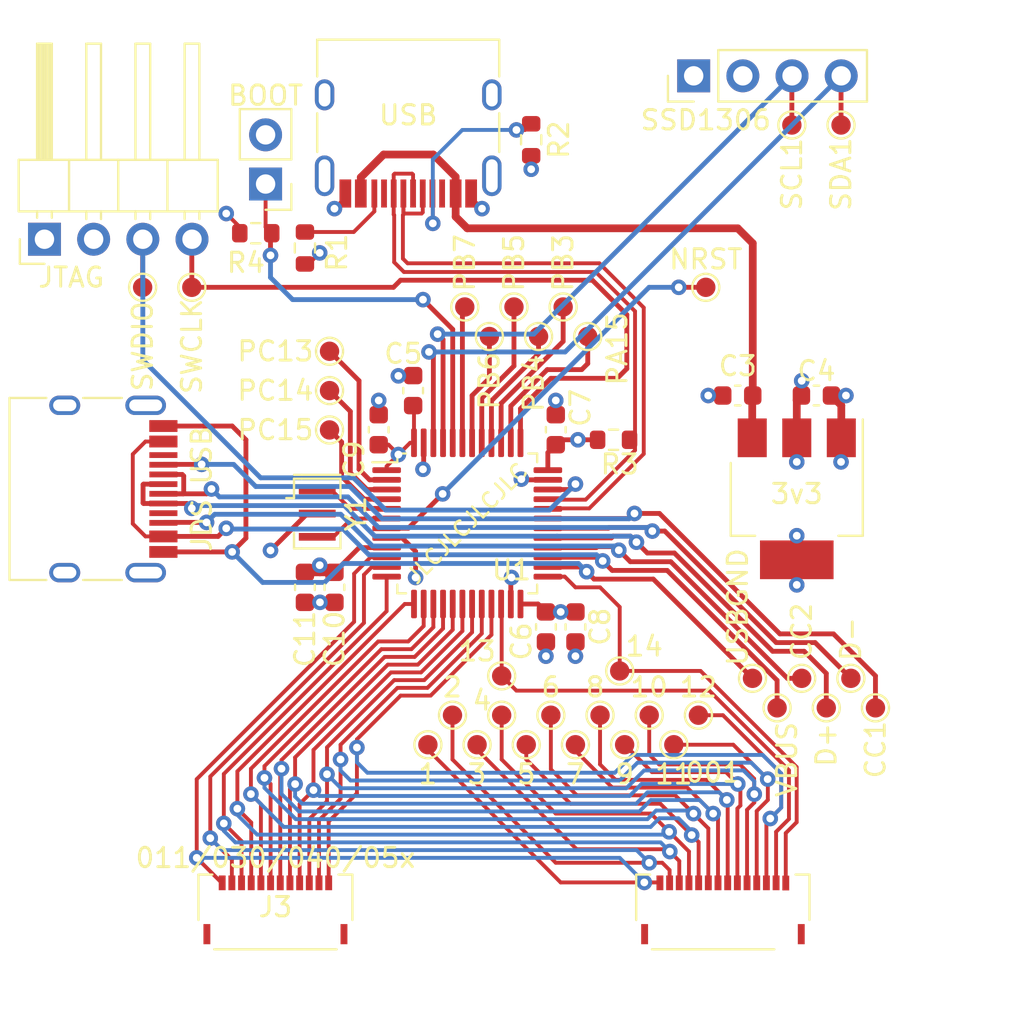
<source format=kicad_pcb>
(kicad_pcb (version 20211014) (generator pcbnew)
  (layers (0 "F.Cu" signal) (1 "In1.Cu" signal) (2 "In2.Cu" signal) (31 "B.Cu" signal) (34 "B.Paste" user) (35 "F.Paste" user) (36 "B.SilkS" user "B.Silkscreen") (37 "F.SilkS" user "F.Silkscreen") (38 "B.Mask" user) (39 "F.Mask" user) (44 "Edge.Cuts" user))
  (net 0 "")
  (net 1 "Net-(J2-PadB5)")
  (net 2 "GND")
  (net 3 "Net-(J2-PadA5)")
  (net 4 "+3V3")
  (net 5 "/R+")
  (net 6 "/R-")
  (net 7 "ADC1_IN1")
  (net 8 "ADC1_IN2")
  (net 9 "UART2_TX{slash}ADC1_IN3")
  (net 10 "UART2_RX{slash}ADC1_IN4")
  (net 11 "SPI1_NSS{slash}SPI3_NSS{slash}ADC2_IN1{slash}DAC1_OUT1")
  (net 12 "SPI1_SCK{slash}ADC2_IN2{slash}DAC1_OUT2")
  (net 13 "SPI1_MISO{slash}ADC2_IN3")
  (net 14 "SPI1_MOSI{slash}ADC2_IN4")
  (net 15 "ADC3_IN12")
  (net 16 "ADC3_IN1")
  (net 17 "ADC2_IN12")
  (net 18 "UART3_TX")
  (net 19 "UART3_RX")
  (net 20 "SPI2_NSS{slash}ADC4_IN3")
  (net 21 "PA8")
  (net 22 "I2C2_SCK{slash}ADC3_IN5")
  (net 23 "SPI2_MISO{slash}ADC4_IN4")
  (net 24 "SPI2_MOSI{slash}ADC4_IN5")
  (net 25 "I2C2_SCL{slash}UART1_TX")
  (net 26 "I2C2_SDA{slash}UART1_RX")
  (net 27 "SWDIO_JTMS")
  (net 28 "SWCLK-JTCK{slash}I2C1_SDA{slash}UART2_TX")
  (net 29 "I2C1_SCL{slash}SPI1_NSS{slash}SPI3_NSS{slash}UART2_RX")
  (net 30 "SPI1_SCK{slash}SPI3_SCK{slash}UART2_TX")
  (net 31 "SPI3_MISO{slash}SPI1_MISO{slash}UART2_RX")
  (net 32 "BOOT")
  (net 33 "SPI3_MOSI{slash}SPI1_MOSI")
  (net 34 "I2C1_SCL{slash}UART1TX")
  (net 35 "D+")
  (net 36 "D-")
  (net 37 "I2C1_SDA{slash}UART1_RX")
  (net 38 "I2C1_SCL{slash}CAN_RX")
  (net 39 "I2C1_SDA{slash}CAN_TX")
  (net 43 "NRST")
  (net 44 "PC15")
  (net 45 "PC14")
  (net 46 "PC13")
  (net 50 "VCC")
  (footprint "Capacitor_SMD:C_0603_1608Metric" (layer "F.Cu") (at 140.462 84.836 -90)
    (fp_text reference "C10")
    (fp_text value "10nf")
  )
  (footprint "TestPoint:TestPoint_Pad_D1.0mm" (layer "F.Cu") (at 147.828 92.964)
    (fp_text reference "3")
    (fp_text value "TestPoint")
  )
  (footprint "Molex 503480-1200:503480-1200" (layer "F.Cu") (at 137.414 101.6)
    (fp_text reference "J3")
    (fp_text value "011/030/040/05x")
  )
  (footprint "TestPoint:TestPoint_Pad_D1.0mm" (layer "F.Cu") (at 146.558 91.44)
    (fp_text reference "2")
    (fp_text value "TestPoint")
  )
  (footprint "TestPoint:TestPoint_Pad_D1.0mm" (layer "F.Cu") (at 133.096 69.342)
    (fp_text reference "SWCLK")
    (fp_text value "TestPoint")
  )
  (footprint "Package_TO_SOT_SMD:SOT-223-3_TabPin2" (layer "F.Cu") (at 164.338 80.264 -90)
    (fp_text reference "3v3")
    (fp_text value "AMS1117-3.3")
  )
  (footprint "Capacitor_SMD:C_0603_1608Metric" (layer "F.Cu") (at 151.892 76.695 90)
    (fp_text reference "C7")
    (fp_text value "100n")
  )
  (footprint "Resistor_SMD:R_0603_1608Metric" (layer "F.Cu") (at 150.622 61.722 -90)
    (fp_text reference "R2")
    (fp_text value "5.1k")
  )
  (footprint "Crystal:Resonator_SMD_Murata_CSTxExxV-3Pin_3.0x1.1mm" (layer "F.Cu") (at 139.573 81.026 -90)
    (fp_text reference "Y1")
    (fp_text value "Resonator")
  )
  (footprint "TestPoint:TestPoint_Pad_D1.0mm" (layer "F.Cu") (at 164.592 89.535)
    (fp_text reference "CC2")
    (fp_text value "TestPoint")
  )
  (footprint "TestPoint:TestPoint_Pad_D1.0mm" (layer "F.Cu") (at 130.556 69.342)
    (fp_text reference "SWDIO")
    (fp_text value "TestPoint")
  )
  (footprint "Resistor_SMD:R_0603_1608Metric" (layer "F.Cu") (at 154.877 77.216)
    (fp_text reference "R3")
    (fp_text value "1.5k")
  )
  (footprint "Connector_PinHeader_2.54mm:PinHeader_1x04_P2.54mm_Vertical" (layer "F.Cu") (at 159.014 58.42 90)
    (fp_text reference "SSD1306")
    (fp_text value "SSD1306")
  )
  (footprint "Connector_PinHeader_2.54mm:PinHeader_1x02_P2.54mm_Vertical" (layer "F.Cu") (at 136.906 64.008 180)
    (fp_text reference "BOOT")
    (fp_text value "Boot Jumper")
  )
  (footprint "TestPoint:TestPoint_Pad_D1.0mm" (layer "F.Cu") (at 162.052 89.535)
    (fp_text reference "USBGND")
    (fp_text value "TestPoint")
  )
  (footprint "TestPoint:TestPoint_Pad_D1.0mm" (layer "F.Cu") (at 156.718 91.44)
    (fp_text reference "10")
    (fp_text value "TestPoint")
  )
  (footprint "TestPoint:TestPoint_Pad_D1.0mm" (layer "F.Cu") (at 145.288 92.964)
    (fp_text reference "1")
    (fp_text value "TestPoint")
  )
  (footprint "TestPoint:TestPoint_Pad_D1.0mm" (layer "F.Cu") (at 167.132 89.535)
    (fp_text reference "D-")
    (fp_text value "TestPoint")
  )
  (footprint "Capacitor_SMD:C_0603_1608Metric" (layer "F.Cu") (at 151.384 86.881 -90)
    (fp_text reference "C6")
    (fp_text value "100n")
  )
  (footprint "Connector_USB:USB_C_Receptacle_HRO_TYPE-C-31-M-12" (layer "F.Cu") (at 127.583 79.756 -90)
    (fp_text reference "JDS USB")
    (fp_text value "JDS USB")
  )
  (footprint "TestPoint:TestPoint_Pad_D1.0mm" (layer "F.Cu") (at 149.098 89.408)
    (fp_text reference "13")
    (fp_text value "TestPoint")
  )
  (footprint "TestPoint:TestPoint_Pad_D1.0mm" (layer "F.Cu") (at 140.208 74.676)
    (fp_text reference "PC14")
    (fp_text value "TestPoint")
  )
  (footprint "Resistor_SMD:R_0603_1608Metric" (layer "F.Cu") (at 136.398 66.548 180)
    (fp_text reference "R4")
    (fp_text value "10k")
  )
  (footprint "TestPoint:TestPoint_Pad_D1.0mm" (layer "F.Cu") (at 159.639 69.342)
    (fp_text reference "NRST")
    (fp_text value "TestPoint")
  )
  (footprint "TestPoint:TestPoint_Pad_D1.0mm" (layer "F.Cu") (at 157.988 92.964)
    (fp_text reference "11")
    (fp_text value "TestPoint")
  )
  (footprint "Capacitor_SMD:C_0603_1608Metric" (layer "F.Cu") (at 138.938 84.836 -90)
    (fp_text reference "C11")
    (fp_text value "1u")
  )
  (footprint "TestPoint:TestPoint_Pad_D1.0mm" (layer "F.Cu") (at 163.322 91.059)
    (fp_text reference "VBUS")
    (fp_text value "TestPoint")
  )
  (footprint "Molex 503480-1400:503480-1400" (layer "F.Cu") (at 160.02 101.6)
    (fp_text reference "J4")
    (fp_text value "001")
  )
  (footprint "TestPoint:TestPoint_Pad_D1.0mm" (layer "F.Cu") (at 149.098 91.44)
    (fp_text reference "4")
    (fp_text value "TestPoint")
  )
  (footprint "TestPoint:TestPoint_Pad_D1.0mm" (layer "F.Cu") (at 148.463 71.882)
    (fp_text reference "PB6")
    (fp_text value "TestPoint")
  )
  (footprint "TestPoint:TestPoint_Pad_D1.0mm" (layer "F.Cu") (at 152.908 92.964)
    (fp_text reference "7")
    (fp_text value "TestPoint")
  )
  (footprint "TestPoint:TestPoint_Pad_D1.0mm" (layer "F.Cu") (at 166.624 60.96)
    (fp_text reference "SDA1")
    (fp_text value "TestPoint")
  )
  (footprint "TestPoint:TestPoint_Pad_D1.0mm" (layer "F.Cu") (at 149.733 70.358)
    (fp_text reference "PB5")
    (fp_text value "TestPoint")
  )
  (footprint "TestPoint:TestPoint_Pad_D1.0mm" (layer "F.Cu") (at 168.402 91.059)
    (fp_text reference "CC1")
    (fp_text value "TestPoint")
  )
  (footprint "Capacitor_SMD:C_0603_1608Metric" (layer "F.Cu") (at 144.526 74.676 90)
    (fp_text reference "C5")
    (fp_text value "100n")
  )
  (footprint "TestPoint:TestPoint_Pad_D1.0mm" (layer "F.Cu") (at 155.194 89.154)
    (fp_text reference "14")
    (fp_text value "TestPoint")
  )
  (footprint "Connector_USB:USB_C_Receptacle_HRO_TYPE-C-31-M-12" (layer "F.Cu") (at 144.272 60.452 180)
    (fp_text reference "USB")
    (fp_text value "USB C Power")
  )
  (footprint "TestPoint:TestPoint_Pad_D1.0mm" (layer "F.Cu") (at 164.084 60.96)
    (fp_text reference "SCL1")
    (fp_text value "TestPoint")
  )
  (footprint "TestPoint:TestPoint_Pad_D1.0mm" (layer "F.Cu") (at 159.258 91.44)
    (fp_text reference "12")
    (fp_text value "TestPoint")
  )
  (footprint "TestPoint:TestPoint_Pad_D1.0mm" (layer "F.Cu") (at 147.193 70.358)
    (fp_text reference "PB7")
    (fp_text value "TestPoint")
  )
  (footprint "Capacitor_SMD:C_0603_1608Metric" (layer "F.Cu") (at 152.908 86.881 -90)
    (fp_text reference "C8")
    (fp_text value "100n")
  )
  (footprint "TestPoint:TestPoint_Pad_D1.0mm" (layer "F.Cu") (at 165.862 91.059)
    (fp_text reference "D+")
    (fp_text value "TestPoint")
  )
  (footprint "TestPoint:TestPoint_Pad_D1.0mm" (layer "F.Cu") (at 151.003 71.882)
    (fp_text reference "PB4")
    (fp_text value "TestPoint")
  )
  (footprint "TestPoint:TestPoint_Pad_D1.0mm" (layer "F.Cu") (at 150.368 92.964)
    (fp_text reference "5")
    (fp_text value "TestPoint")
  )
  (footprint "TestPoint:TestPoint_Pad_D1.0mm" (layer "F.Cu") (at 140.208 76.708)
    (fp_text reference "PC15")
    (fp_text value "TestPoint")
  )
  (footprint "Capacitor_SMD:C_0603_1608Metric" (layer "F.Cu") (at 161.29 74.93 180)
    (fp_text reference "C3")
    (fp_text value "C")
  )
  (footprint "Capacitor_SMD:C_0603_1608Metric" (layer "F.Cu") (at 165.354 74.93)
    (fp_text reference "C4")
    (fp_text value "C")
  )
  (footprint "TestPoint:TestPoint_Pad_D1.0mm" (layer "F.Cu") (at 152.273 70.358)
    (fp_text reference "PB3")
    (fp_text value "TestPoint")
  )
  (footprint "TestPoint:TestPoint_Pad_D1.0mm" (layer "F.Cu") (at 155.448 92.964)
    (fp_text reference "9")
    (fp_text value "TestPoint")
  )
  (footprint "Resistor_SMD:R_0603_1608Metric" (layer "F.Cu") (at 138.938 67.31 -90)
    (fp_text reference "R1")
    (fp_text value "5.1k")
  )
  (footprint "TestPoint:TestPoint_Pad_D1.0mm" (layer "F.Cu") (at 140.208 72.644)
    (fp_text reference "PC13")
    (fp_text value "TestPoint")
  )
  (footprint "Package_QFP:LQFP-48_7x7mm_P0.5mm" (layer "F.Cu") (at 147.32 81.534)
    (fp_text reference "U1")
    (fp_text value "STM32F303CBTx")
  )
  (footprint "TestPoint:TestPoint_Pad_D1.0mm" (layer "F.Cu") (at 151.638 91.44)
    (fp_text reference "6")
    (fp_text value "TestPoint")
  )
  (footprint "Capacitor_SMD:C_0603_1608Metric" (layer "F.Cu") (at 142.748 76.695 90)
    (fp_text reference "C9")
    (fp_text value "4.7u")
  )
  (footprint "TestPoint:TestPoint_Pad_D1.0mm" (layer "F.Cu") (at 154.178 91.44)
    (fp_text reference "8")
    (fp_text value "TestPoint")
  )
  (footprint "TestPoint:TestPoint_Pad_D1.0mm" (layer "F.Cu") (at 153.543 71.882)
    (fp_text reference "PA15")
    (fp_text value "TestPoint")
  )
  (footprint "Connector_PinHeader_2.54mm:PinHeader_1x04_P2.54mm_Horizontal" (layer "F.Cu") (at 125.486 66.859 90)
    (fp_text reference "JTAG")
    (fp_text value "JTAG")
  )
  (gr_text "JLCJLCJLCJLC" (at 147.32 81.534 45) (layer "F.SilkS") (effects (font (size 0.8 0.8) (thickness 0.125))))
  (segment (start 138.938 66.485) (end 141.458022 66.485) (width 0.2) (layer "F.Cu") (net 1))
  (segment (start 141.458022 66.485) (end 142.522 65.421022) (width 0.2) (layer "F.Cu") (net 1))
  (segment (start 142.522 65.421022) (end 142.522 64.497) (width 0.2) (layer "F.Cu") (net 1))
  (segment (start 144.526 73.901) (end 143.777 73.901) (width 0.2) (layer "F.Cu") (net 2))
  (segment (start 139.573 81.026) (end 139.065 81.026) (width 0.25) (layer "F.Cu") (net 2))
  (segment (start 166.638 75.439) (end 166.129 74.93) (width 0.4) (layer "F.Cu") (net 2))
  (segment (start 151.892 75.92) (end 151.892 75.184) (width 0.25) (layer "F.Cu") (net 2))
  (segment (start 135.573 66.231) (end 134.874 65.532) (width 0.2) (layer "F.Cu") (net 2))
  (segment (start 166.129 74.93) (end 166.878 74.93) (width 0.4) (layer "F.Cu") (net 2))
  (segment (start 135.573 66.548) (end 135.573 66.231) (width 0.2) (layer "F.Cu") (net 2))
  (segment (start 149.57 84.364) (end 149.606 84.328) (width 0.25) (layer "F.Cu") (net 2))
  (segment (start 147.522 64.718) (end 148.082 65.278) (width 0.2) (layer "F.Cu") (net 2))
  (segment (start 150.622 62.547) (end 150.622 63.246) (width 0.4) (layer "F.Cu") (net 2))
  (segment (start 139.065 81.026) (end 137.16 82.931) (width 0.25) (layer "F.Cu") (net 2))
  (segment (start 166.638 77.114) (end 166.638 75.439) (width 0.4) (layer "F.Cu") (net 2))
  (segment (start 151.4825 79.284) (end 150.15 79.284) (width 0.25) (layer "F.Cu") (net 2))
  (segment (start 145.07 77.3715) (end 145.07 78.704) (width 0.25) (layer "F.Cu") (net 2))
  (segment (start 147.522 64.497) (end 147.522 64.718) (width 0.2) (layer "F.Cu") (net 2))
  (segment (start 149.57 85.6965) (end 149.57 84.364) (width 0.25) (layer "F.Cu") (net 2))
  (segment (start 152.908 87.656) (end 152.908 88.392) (width 0.25) (layer "F.Cu") (net 2))
  (segment (start 139.129 68.135) (end 139.7 67.564) (width 0.2) (layer "F.Cu") (net 2))
  (segment (start 150.15 79.284) (end 150.114 79.248) (width 0.25) (layer "F.Cu") (net 2))
  (segment (start 140.462 85.611) (end 138.938 85.611) (width 0.25) (layer "F.Cu") (net 2))
  (segment (start 143.1575 82.284) (end 143.960006 82.284) (width 0.25) (layer "F.Cu") (net 2))
  (segment (start 142.748 75.92) (end 142.748 75.184) (width 0.2) (layer "F.Cu") (net 2))
  (segment (start 143.960006 82.284) (end 144.653 82.976994) (width 0.25) (layer "F.Cu") (net 2))
  (segment (start 151.384 87.656) (end 151.384 88.392) (width 0.25) (layer "F.Cu") (net 2))
  (segment (start 141.022 64.718) (end 140.462 65.278) (width 0.2) (layer "F.Cu") (net 2))
  (segment (start 166.638 77.114) (end 166.638 78.345) (width 0.4) (layer "F.Cu") (net 2))
  (segment (start 166.638 78.345) (end 166.624 78.359) (width 0.4) (layer "F.Cu") (net 2))
  (segment (start 143.777 73.901) (end 143.764 73.914) (width 0.2) (layer "F.Cu") (net 2))
  (segment (start 160.515 74.93) (end 159.766 74.93) (width 0.4) (layer "F.Cu") (net 2))
  (segment (start 141.022 64.497) (end 141.022 64.718) (width 0.2) (layer "F.Cu") (net 2))
  (segment (start 138.938 68.135) (end 139.129 68.135) (width 0.2) (layer "F.Cu") (net 2))
  (segment (start 145.07 78.704) (end 145.034 78.74) (width 0.25) (layer "F.Cu") (net 2))
  (segment (start 144.653 82.976994) (end 144.653 84.327989) (width 0.25) (layer "F.Cu") (net 2))
  (via (at 150.622 63.246) (size 0.8) (drill 0.4) (layers "F.Cu" "B.Cu") (net 2))
  (via (at 159.766 74.93) (size 0.8) (drill 0.4) (layers "F.Cu" "B.Cu") (net 2))
  (via (at 166.624 78.359) (size 0.8) (drill 0.4) (layers "F.Cu" "B.Cu") (net 2))
  (via (at 148.082 65.278) (size 0.8) (drill 0.4) (layers "F.Cu" "B.Cu") (net 2))
  (via (at 145.034 78.74) (size 0.8) (drill 0.4) (layers "F.Cu" "B.Cu") (net 2))
  (via (at 134.874 65.532) (size 0.8) (drill 0.4) (layers "F.Cu" "B.Cu") (net 2))
  (via (at 152.908 88.392) (size 0.8) (drill 0.4) (layers "F.Cu" "B.Cu") (net 2))
  (via (at 142.748 75.184) (size 0.8) (drill 0.4) (layers "F.Cu" "B.Cu") (net 2))
  (via (at 139.7 67.564) (size 0.8) (drill 0.4) (layers "F.Cu" "B.Cu") (net 2))
  (via (at 140.462 65.278) (size 0.8) (drill 0.4) (layers "F.Cu" "B.Cu") (net 2))
  (via (at 166.878 74.93) (size 0.8) (drill 0.4) (layers "F.Cu" "B.Cu") (net 2))
  (via (at 151.892 75.184) (size 0.8) (drill 0.4) (layers "F.Cu" "B.Cu") (net 2))
  (via (at 149.606 84.328) (size 0.8) (drill 0.4) (layers "F.Cu" "B.Cu") (net 2))
  (via (at 139.713 85.611) (size 0.8) (drill 0.4) (layers "F.Cu" "B.Cu") (net 2))
  (via (at 144.653 84.327989) (size 0.8) (drill 0.4) (layers "F.Cu" "B.Cu") (net 2))
  (via (at 150.114 79.248) (size 0.8) (drill 0.4) (layers "F.Cu" "B.Cu") (net 2))
  (via (at 143.764 73.914) (size 0.8) (drill 0.4) (layers "F.Cu" "B.Cu") (net 2))
  (via (at 137.16 82.931) (size 0.8) (drill 0.4) (layers "F.Cu" "B.Cu") (net 2))
  (via (at 151.384 88.392) (size 0.8) (drill 0.4) (layers "F.Cu" "B.Cu") (net 2))
  (segment (start 149.86 61.214) (end 150.305 61.214) (width 0.2) (layer "F.Cu") (net 3))
  (segment (start 150.305 61.214) (end 150.622 60.897) (width 0.2) (layer "F.Cu") (net 3))
  (segment (start 145.542 66.04) (end 145.542 64.517) (width 0.2) (layer "F.Cu") (net 3))
  (via (at 145.542 66.04) (size 0.8) (drill 0.4) (layers "F.Cu" "B.Cu") (net 3))
  (via (at 149.86 61.214) (size 0.8) (drill 0.4) (layers "F.Cu" "B.Cu") (net 3))
  (segment (start 147.066 61.214) (end 145.542 62.738) (width 0.2) (layer "B.Cu") (net 3))
  (segment (start 147.066 61.214) (end 149.86 61.214) (width 0.2) (layer "B.Cu") (net 3))
  (segment (start 145.542 62.738) (end 145.542 66.04) (width 0.2) (layer "B.Cu") (net 3))
  (segment (start 150.07 85.6965) (end 150.9745 85.6965) (width 0.25) (layer "F.Cu") (net 4))
  (segment (start 139.713 84.061) (end 140.462 84.061) (width 0.4) (layer "F.Cu") (net 4))
  (segment (start 150.9745 85.6965) (end 151.384 86.106) (width 0.25) (layer "F.Cu") (net 4))
  (segment (start 143.1575 78.5845) (end 143.764 77.978) (width 0.2) (layer "F.Cu") (net 4))
  (segment (start 141.739 82.784) (end 140.462 84.061) (width 0.25) (layer "F.Cu") (net 4))
  (segment (start 151.4825 77.8795) (end 151.892 77.47) (width 0.25) (layer "F.Cu") (net 4))
  (segment (start 144.57 75.495) (end 144.526 75.451) (width 0.2) (layer "F.Cu") (net 4))
  (segment (start 138.938 84.061) (end 139.713 84.061) (width 0.4) (layer "F.Cu") (net 4))
  (segment (start 142.748 77.47) (end 143.256 77.47) (width 0.2) (layer "F.Cu") (net 4))
  (segment (start 164.338 75.171) (end 164.579 74.93) (width 0.4) (layer "F.Cu") (net 4))
  (segment (start 151.384 86.106) (end 152.146 86.106) (width 0.25) (layer "F.Cu") (net 4))
  (segment (start 164.338 77.114) (end 164.338 75.171) (width 0.4) (layer "F.Cu") (net 4))
  (segment (start 164.338 83.414) (end 164.338 84.709) (width 0.4) (layer "F.Cu") (net 4))
  (segment (start 144.57 77.3715) (end 144.57 75.495) (width 0.2) (layer "F.Cu") (net 4))
  (segment (start 153.035 77.216) (end 152.146 77.216) (width 0.25) (layer "F.Cu") (net 4))
  (segment (start 151.4825 78.784) (end 151.4825 77.8795) (width 0.25) (layer "F.Cu") (net 4))
  (segment (start 139.7 84.048) (end 139.713 84.061) (width 0.25) (layer "F.Cu") (net 4))
  (segment (start 152.146 77.216) (end 151.892 77.47) (width 0.25) (layer "F.Cu") (net 4))
  (segment (start 164.338 83.414) (end 164.338 82.169) (width 0.4) (layer "F.Cu") (net 4))
  (segment (start 164.579 74.93) (end 164.579 74.181) (width 0.4) (layer "F.Cu") (net 4))
  (segment (start 143.1575 78.784) (end 143.1575 78.5845) (width 0.2) (layer "F.Cu") (net 4))
  (segment (start 144.57 77.3715) (end 144.3705 77.3715) (width 0.2) (layer "F.Cu") (net 4))
  (segment (start 164.579 74.181) (end 164.592 74.168) (width 0.4) (layer "F.Cu") (net 4))
  (segment (start 144.3705 77.3715) (end 143.764 77.978) (width 0.2) (layer "F.Cu") (net 4))
  (segment (start 152.908 86.106) (end 152.146 86.106) (width 0.25) (layer "F.Cu") (net 4))
  (segment (start 154.052 77.216) (end 153.035 77.216) (width 0.25) (layer "F.Cu") (net 4))
  (segment (start 139.7 83.693) (end 139.7 84.048) (width 0.25) (layer "F.Cu") (net 4))
  (segment (start 143.1575 82.784) (end 141.739 82.784) (width 0.25) (layer "F.Cu") (net 4))
  (segment (start 143.256 77.47) (end 143.764 77.978) (width 0.2) (layer "F.Cu") (net 4))
  (segment (start 164.338 77.114) (end 164.338 78.359) (width 0.4) (layer "F.Cu") (net 4))
  (via (at 143.764 77.978) (size 0.8) (drill 0.4) (layers "F.Cu" "B.Cu") (net 4))
  (via (at 164.338 84.709) (size 0.8) (drill 0.4) (layers "F.Cu" "B.Cu") (net 4))
  (via (at 164.338 82.169) (size 0.8) (drill 0.4) (layers "F.Cu" "B.Cu") (net 4))
  (via (at 153.035 77.216) (size 0.8) (drill 0.4) (layers "F.Cu" "B.Cu") (net 4))
  (via (at 152.146 86.106) (size 0.8) (drill 0.4) (layers "F.Cu" "B.Cu") (net 4))
  (via (at 139.7 83.693) (size 0.8) (drill 0.4) (layers "F.Cu" "B.Cu") (net 4))
  (via (at 164.592 74.168) (size 0.8) (drill 0.4) (layers "F.Cu" "B.Cu") (net 4))
  (via (at 164.338 78.359) (size 0.8) (drill 0.4) (layers "F.Cu" "B.Cu") (net 4))
  (segment (start 139.573 79.826) (end 140.323 79.826) (width 0.2) (layer "F.Cu") (net 5))
  (segment (start 141.281 80.784) (end 140.323 79.826) (width 0.2) (layer "F.Cu") (net 5))
  (segment (start 143.1575 80.784) (end 141.281 80.784) (width 0.2) (layer "F.Cu") (net 5))
  (segment (start 143.1575 81.284) (end 141.355 81.284) (width 0.2) (layer "F.Cu") (net 6))
  (segment (start 139.573 82.226) (end 140.413 82.226) (width 0.2) (layer "F.Cu") (net 6))
  (segment (start 140.413 82.226) (end 141.355 81.284) (width 0.2) (layer "F.Cu") (net 6))
  (segment (start 145.288 93.218) (end 145.288 92.964) (width 0.2) (layer "F.Cu") (net 7))
  (segment (start 134.664 100.0966) (end 134.6406 100.0966) (width 0.2) (layer "F.Cu") (net 7))
  (segment (start 142.325343 83.284) (end 141.478 84.131343) (width 0.2) (layer "F.Cu") (net 7))
  (segment (start 156.464 100.076) (end 157.2494 100.076) (width 0.2) (layer "F.Cu") (net 7))
  (segment (start 134.6406 100.0966) (end 133.35 98.806) (width 0.2) (layer "F.Cu") (net 7))
  (segment (start 152.146 100.076) (end 145.288 93.218) (width 0.2) (layer "F.Cu") (net 7))
  (segment (start 143.1575 83.284) (end 142.325343 83.284) (width 0.2) (layer "F.Cu") (net 7))
  (segment (start 156.464 100.076) (end 152.146 100.076) (width 0.2) (layer "F.Cu") (net 7))
  (segment (start 157.2494 100.076) (end 157.27 100.0966) (width 0.2) (layer "F.Cu") (net 7))
  (segment (start 133.35 98.806) (end 133.35 94.742) (width 0.2) (layer "F.Cu") (net 7))
  (segment (start 141.478 84.131343) (end 141.478 86.614) (width 0.2) (layer "F.Cu") (net 7))
  (segment (start 133.35 94.742) (end 141.478 86.614) (width 0.2) (layer "F.Cu") (net 7))
  (via (at 156.464 100.076) (size 0.8) (drill 0.4) (layers "F.Cu" "B.Cu") (net 7))
  (via (at 133.35 98.806) (size 0.8) (drill 0.4) (layers "F.Cu" "B.Cu") (net 7))
  (segment (start 155.194 98.806) (end 156.464 100.076) (width 0.2) (layer "B.Cu") (net 7))
  (segment (start 133.35 98.806) (end 155.194 98.806) (width 0.2) (layer "B.Cu") (net 7))
  (segment (start 156.718 99.06) (end 157.391222 99.06) (width 0.2) (layer "F.Cu") (net 8))
  (segment (start 135.163999 100.0966) (end 135.163999 98.904499) (width 0.2) (layer "F.Cu") (net 8))
  (segment (start 151.892 99.06) (end 146.558 93.726) (width 0.2) (layer "F.Cu") (net 8))
  (segment (start 134.0495 94.607506) (end 141.986 86.671006) (width 0.2) (layer "F.Cu") (net 8))
  (segment (start 134.0495 97.79) (end 134.0495 94.607506) (width 0.2) (layer "F.Cu") (net 8))
  (segment (start 142.390349 83.784) (end 143.1575 83.784) (width 0.2) (layer "F.Cu") (net 8))
  (segment (start 141.986 84.188349) (end 142.390349 83.784) (width 0.2) (layer "F.Cu") (net 8))
  (segment (start 157.391222 99.06) (end 157.769999 99.438777) (width 0.2) (layer "F.Cu") (net 8))
  (segment (start 157.769999 99.438777) (end 157.769999 100.0966) (width 0.2) (layer "F.Cu") (net 8))
  (segment (start 141.986 86.671006) (end 141.986 84.188349) (width 0.2) (layer "F.Cu") (net 8))
  (segment (start 146.558 93.726) (end 146.558 91.44) (width 0.2) (layer "F.Cu") (net 8))
  (segment (start 156.718 99.06) (end 151.892 99.06) (width 0.2) (layer "F.Cu") (net 8))
  (segment (start 135.163999 98.904499) (end 134.0495 97.79) (width 0.2) (layer "F.Cu") (net 8))
  (via (at 134.0495 97.79) (size 0.8) (drill 0.4) (layers "F.Cu" "B.Cu") (net 8))
  (via (at 156.718 99.06) (size 0.8) (drill 0.4) (layers "F.Cu" "B.Cu") (net 8))
  (segment (start 134.66598 98.40648) (end 156.064481 98.406481) (width 0.2) (layer "B.Cu") (net 8))
  (segment (start 134.0495 97.79) (end 134.66598 98.40648) (width 0.2) (layer "B.Cu") (net 8))
  (segment (start 156.064481 98.406481) (end 156.718 99.06) (width 0.2) (layer "B.Cu") (net 8))
  (segment (start 143.1575 84.284) (end 143.1575 86.064512) (width 0.2) (layer "F.Cu") (net 9))
  (segment (start 152.970489 98.360489) (end 147.828 93.218) (width 0.2) (layer "F.Cu") (net 9))
  (segment (start 158.270001 98.967679) (end 158.270001 100.0966) (width 0.2) (layer "F.Cu") (net 9))
  (segment (start 143.1575 86.064512) (end 134.749 94.473012) (width 0.2) (layer "F.Cu") (net 9))
  (segment (start 134.749 94.473012) (end 134.749 97.028) (width 0.2) (layer "F.Cu") (net 9))
  (segment (start 157.782478 98.480156) (end 157.662811 98.360489) (width 0.2) (layer "F.Cu") (net 9))
  (segment (start 135.664001 97.943001) (end 134.749 97.028) (width 0.2) (layer "F.Cu") (net 9))
  (segment (start 157.662811 98.360489) (end 152.970489 98.360489) (width 0.2) (layer "F.Cu") (net 9))
  (segment (start 135.664001 100.0966) (end 135.664001 97.943001) (width 0.2) (layer "F.Cu") (net 9))
  (segment (start 157.782478 98.480156) (end 158.270001 98.967679) (width 0.2) (layer "F.Cu") (net 9))
  (segment (start 147.828 93.218) (end 147.828 92.964) (width 0.2) (layer "F.Cu") (net 9))
  (via (at 134.749 97.028) (size 0.8) (drill 0.4) (layers "F.Cu" "B.Cu") (net 9))
  (via (at 157.782478 98.480156) (size 0.8) (drill 0.4) (layers "F.Cu" "B.Cu") (net 9))
  (segment (start 135.34496 98.00696) (end 157.309282 98.00696) (width 0.2) (layer "B.Cu") (net 9))
  (segment (start 157.309282 98.00696) (end 157.782478 98.480156) (width 0.2) (layer "B.Cu") (net 9))
  (segment (start 134.749 97.028) (end 134.749 97.411) (width 0.2) (layer "B.Cu") (net 9))
  (segment (start 134.749 97.411) (end 135.34496 98.00696) (width 0.2) (layer "B.Cu") (net 9))
  (segment (start 136.164 96.9815) (end 136.164 100.0966) (width 0.2) (layer "F.Cu") (net 10))
  (segment (start 149.098 93.726) (end 149.098 91.44) (width 0.2) (layer "F.Cu") (net 10))
  (segment (start 135.4485 96.266) (end 136.164 96.9815) (width 0.2) (layer "F.Cu") (net 10))
  (segment (start 135.4485 94.338518) (end 144.090518 85.6965) (width 0.2) (layer "F.Cu") (net 10))
  (segment (start 156.80576 96.52) (end 151.892 96.52) (width 0.2) (layer "F.Cu") (net 10))
  (segment (start 151.892 96.52) (end 149.098 93.726) (width 0.2) (layer "F.Cu") (net 10))
  (segment (start 135.4485 94.338518) (end 135.4485 96.266) (width 0.2) (layer "F.Cu") (net 10))
  (segment (start 144.57 85.6965) (end 144.090518 85.6965) (width 0.2) (layer "F.Cu") (net 10))
  (segment (start 158.77 98.478419) (end 158.77 100.0966) (width 0.2) (layer "F.Cu") (net 10))
  (segment (start 157.753312 97.461731) (end 158.77 98.478419) (width 0.2) (layer "F.Cu") (net 10))
  (segment (start 157.747491 97.461731) (end 156.80576 96.52) (width 0.2) (layer "F.Cu") (net 10))
  (segment (start 157.747491 97.461731) (end 157.753312 97.461731) (width 0.2) (layer "F.Cu") (net 10))
  (via (at 157.747491 97.461731) (size 0.8) (drill 0.4) (layers "F.Cu" "B.Cu") (net 10))
  (via (at 135.4485 96.266) (size 0.8) (drill 0.4) (layers "F.Cu" "B.Cu") (net 10))
  (segment (start 136.46944 97.60744) (end 157.601782 97.60744) (width 0.2) (layer "B.Cu") (net 10))
  (segment (start 135.4485 96.5865) (end 136.46944 97.60744) (width 0.2) (layer "B.Cu") (net 10))
  (segment (start 135.4485 96.266) (end 135.4485 96.5865) (width 0.2) (layer "B.Cu") (net 10))
  (segment (start 157.601782 97.60744) (end 157.747491 97.461731) (width 0.2) (layer "B.Cu") (net 10))
  (segment (start 136.148 94.204024) (end 136.148 95.513435) (width 0.2) (layer "F.Cu") (net 11))
  (segment (start 159.269999 97.989175) (end 159.269999 100.0966) (width 0.2) (layer "F.Cu") (net 11))
  (segment (start 136.663999 100.0966) (end 136.663999 96.029434) (width 0.2) (layer "F.Cu") (net 11))
  (segment (start 158.910412 97.629588) (end 157.292824 96.012) (width 0.2) (layer "F.Cu") (net 11))
  (segment (start 145.07 85.6965) (end 145.07 86.832) (width 0.2) (layer "F.Cu") (net 11))
  (segment (start 157.292824 96.012) (end 152.654 96.012) (width 0.2) (layer "F.Cu") (net 11))
  (segment (start 145.07 86.832) (end 144.272 87.63) (width 0.2) (layer "F.Cu") (net 11))
  (segment (start 136.663999 96.029434) (end 136.148 95.513435) (width 0.2) (layer "F.Cu") (net 11))
  (segment (start 150.368 93.726) (end 150.368 92.964) (width 0.2) (layer "F.Cu") (net 11))
  (segment (start 158.910412 97.629588) (end 159.269999 97.989175) (width 0.2) (layer "F.Cu") (net 11))
  (segment (start 142.722024 87.63) (end 136.148 94.204024) (width 0.2) (layer "F.Cu") (net 11))
  (segment (start 144.272 87.63) (end 142.722024 87.63) (width 0.2) (layer "F.Cu") (net 11))
  (segment (start 152.654 96.012) (end 150.368 93.726) (width 0.2) (layer "F.Cu") (net 11))
  (via (at 158.910412 97.629588) (size 0.8) (drill 0.4) (layers "F.Cu" "B.Cu") (net 11))
  (via (at 136.148 95.513435) (size 0.8) (drill 0.4) (layers "F.Cu" "B.Cu") (net 11))
  (segment (start 158.23022 96.76222) (end 158.910412 97.442412) (width 0.2) (layer "B.Cu") (net 11))
  (segment (start 158.910412 97.442412) (end 158.910412 97.629588) (width 0.2) (layer "B.Cu") (net 11))
  (segment (start 136.148 95.513435) (end 137.842485 97.20792) (width 0.2) (layer "B.Cu") (net 11))
  (segment (start 137.842485 97.20792) (end 156.79208 97.20792) (width 0.2) (layer "B.Cu") (net 11))
  (segment (start 156.79208 97.20792) (end 157.23778 96.76222) (width 0.2) (layer "B.Cu") (net 11))
  (segment (start 157.23778 96.76222) (end 158.23022 96.76222) (width 0.2) (layer "B.Cu") (net 11))
  (segment (start 159.004 96.52) (end 159.77 97.286) (width 0.2) (layer "F.Cu") (net 12))
  (segment (start 145.57 86.897006) (end 144.437487 88.029519) (width 0.2) (layer "F.Cu") (net 12))
  (segment (start 158.06208 95.57808) (end 152.982079 95.578079) (width 0.2) (layer "F.Cu") (net 12))
  (segment (start 151.638 94.234) (end 151.638 91.44) (width 0.2) (layer "F.Cu") (net 12))
  (segment (start 137.164 94.993183) (end 136.8475 94.676683) (width 0.2) (layer "F.Cu") (net 12))
  (segment (start 136.8475 94.06953) (end 136.8475 94.676683) (width 0.2) (layer "F.Cu") (net 12))
  (segment (start 142.887511 88.029519) (end 136.8475 94.06953) (width 0.2) (layer "F.Cu") (net 12))
  (segment (start 159.004 96.52) (end 158.06208 95.57808) (width 0.2) (layer "F.Cu") (net 12))
  (segment (start 159.77 97.286) (end 159.77 100.0966) (width 0.2) (layer "F.Cu") (net 12))
  (segment (start 144.437487 88.029519) (end 142.887511 88.029519) (width 0.2) (layer "F.Cu") (net 12))
  (segment (start 145.57 85.6965) (end 145.57 86.897006) (width 0.2) (layer "F.Cu") (net 12))
  (segment (start 137.164 100.0966) (end 137.164 94.993183) (width 0.2) (layer "F.Cu") (net 12))
  (segment (start 152.982079 95.578079) (end 151.638 94.234) (width 0.2) (layer "F.Cu") (net 12))
  (via (at 159.004 96.52) (size 0.8) (drill 0.4) (layers "F.Cu" "B.Cu") (net 12))
  (via (at 136.8475 94.676683) (size 0.8) (drill 0.4) (layers "F.Cu" "B.Cu") (net 12))
  (segment (start 138.43 96.774) (end 138.4644 96.8084) (width 0.2) (layer "B.Cu") (net 12))
  (segment (start 138.4644 96.8084) (end 156.626594 96.8084) (width 0.2) (layer "B.Cu") (net 12))
  (segment (start 158.8467 96.3627) (end 159.004 96.52) (width 0.2) (layer "B.Cu") (net 12))
  (segment (start 156.626594 96.8084) (end 157.072294 96.3627) (width 0.2) (layer "B.Cu") (net 12))
  (segment (start 136.8475 95.1915) (end 138.43 96.774) (width 0.2) (layer "B.Cu") (net 12))
  (segment (start 136.8475 94.676683) (end 136.8475 95.1915) (width 0.2) (layer "B.Cu") (net 12))
  (segment (start 157.072294 96.3627) (end 158.8467 96.3627) (width 0.2) (layer "B.Cu") (net 12))
  (segment (start 146.07 85.6965) (end 146.07 86.962012) (width 0.2) (layer "F.Cu") (net 13))
  (segment (start 152.908 93.275006) (end 152.908 92.964) (width 0.2) (layer "F.Cu") (net 13))
  (segment (start 160.27 96.77) (end 160.27 100.0966) (width 0.2) (layer "F.Cu") (net 13))
  (segment (start 144.602973 88.429039) (end 143.052997 88.429039) (width 0.2) (layer "F.Cu") (net 13))
  (segment (start 137.727141 93.754895) (end 137.727141 94.202092) (width 0.2) (layer "F.Cu") (net 13))
  (segment (start 160.02 96.52) (end 158.67856 95.17856) (width 0.2) (layer "F.Cu") (net 13))
  (segment (start 160.02 96.52) (end 160.27 96.77) (width 0.2) (layer "F.Cu") (net 13))
  (segment (start 137.664 100.0966) (end 137.664 94.265233) (width 0.2) (layer "F.Cu") (net 13))
  (segment (start 158.67856 95.17856) (end 154.811553 95.178559) (width 0.2) (layer "F.Cu") (net 13))
  (segment (start 154.811553 95.178559) (end 152.908 93.275006) (width 0.2) (layer "F.Cu") (net 13))
  (segment (start 143.052997 88.429039) (end 137.727141 93.754895) (width 0.2) (layer "F.Cu") (net 13))
  (segment (start 146.07 86.962012) (end 144.602973 88.429039) (width 0.2) (layer "F.Cu") (net 13))
  (segment (start 137.664 94.265233) (end 137.727141 94.202092) (width 0.2) (layer "F.Cu") (net 13))
  (via (at 160.02 96.52) (size 0.8) (drill 0.4) (layers "F.Cu" "B.Cu") (net 13))
  (via (at 137.727141 94.202092) (size 0.8) (drill 0.4) (layers "F.Cu" "B.Cu") (net 13))
  (segment (start 156.21 96.40888) (end 156.798391 95.820489) (width 0.2) (layer "B.Cu") (net 13))
  (segment (start 138.629886 96.40888) (end 156.21 96.40888) (width 0.2) (layer "B.Cu") (net 13))
  (segment (start 159.320489 95.820489) (end 160.02 96.52) (width 0.2) (layer "B.Cu") (net 13))
  (segment (start 156.798391 95.820489) (end 159.320489 95.820489) (width 0.2) (layer "B.Cu") (net 13))
  (segment (start 137.727141 94.202092) (end 137.727141 95.506135) (width 0.2) (layer "B.Cu") (net 13))
  (segment (start 137.727141 95.506135) (end 138.629886 96.40888) (width 0.2) (layer "B.Cu") (net 13))
  (segment (start 138.43 93.617042) (end 138.43 94.996) (width 0.2) (layer "F.Cu") (net 14))
  (segment (start 146.57 87.027018) (end 144.768459 88.828559) (width 0.2) (layer "F.Cu") (net 14))
  (segment (start 138.164001 100.0966) (end 138.164001 95.261999) (width 0.2) (layer "F.Cu") (net 14))
  (segment (start 143.218483 88.828559) (end 138.43 93.617042) (width 0.2) (layer "F.Cu") (net 14))
  (segment (start 160.770001 95.856491) (end 160.770001 100.0966) (width 0.2) (layer "F.Cu") (net 14))
  (segment (start 138.164001 95.261999) (end 138.43 94.996) (width 0.2) (layer "F.Cu") (net 14))
  (segment (start 160.726755 95.813245) (end 160.770001 95.856491) (width 0.2) (layer "F.Cu") (net 14))
  (segment (start 160.726755 95.813245) (end 159.69255 94.77904) (width 0.2) (layer "F.Cu") (net 14))
  (segment (start 154.97704 94.77904) (end 154.178 93.98) (width 0.2) (layer "F.Cu") (net 14))
  (segment (start 159.69255 94.77904) (end 154.97704 94.77904) (width 0.2) (layer "F.Cu") (net 14))
  (segment (start 154.178 93.98) (end 154.178 91.44) (width 0.2) (layer "F.Cu") (net 14))
  (segment (start 146.57 85.6965) (end 146.57 87.027018) (width 0.2) (layer "F.Cu") (net 14))
  (segment (start 144.768459 88.828559) (end 143.218483 88.828559) (width 0.2) (layer "F.Cu") (net 14))
  (via (at 138.43 94.996) (size 0.8) (drill 0.4) (layers "F.Cu" "B.Cu") (net 14))
  (via (at 160.726755 95.813245) (size 0.8) (drill 0.4) (layers "F.Cu" "B.Cu") (net 14))
  (segment (start 156.044514 96.00936) (end 156.632905 95.420969) (width 0.2) (layer "B.Cu") (net 14))
  (segment (start 160.334479 95.420969) (end 160.726755 95.813245) (width 0.2) (layer "B.Cu") (net 14))
  (segment (start 138.43 95.643988) (end 138.795372 96.00936) (width 0.2) (layer "B.Cu") (net 14))
  (segment (start 138.43 94.996) (end 138.43 95.643988) (width 0.2) (layer "B.Cu") (net 14))
  (segment (start 138.795372 96.00936) (end 156.044514 96.00936) (width 0.2) (layer "B.Cu") (net 14))
  (segment (start 156.632905 95.420969) (end 160.334479 95.420969) (width 0.2) (layer "B.Cu") (net 14))
  (segment (start 161.426266 95.122582) (end 161.293951 94.990267) (width 0.2) (layer "F.Cu") (net 15))
  (segment (start 138.664 100.0966) (end 138.664 96.024805) (width 0.2) (layer "F.Cu") (net 15))
  (segment (start 156.86352 94.37952) (end 155.448 92.964) (width 0.2) (layer "F.Cu") (net 15))
  (segment (start 161.293951 94.990267) (end 160.683204 94.37952) (width 0.2) (layer "F.Cu") (net 15))
  (segment (start 138.664 96.024805) (end 139.378945 95.30986) (width 0.2) (layer "F.Cu") (net 15))
  (segment (start 139.378945 93.233103) (end 139.378945 95.30986) (width 0.2) (layer "F.Cu") (net 15))
  (segment (start 161.27 100.0966) (end 161.27 96.259259) (width 0.2) (layer "F.Cu") (net 15))
  (segment (start 144.933945 89.228079) (end 143.383969 89.228079) (width 0.2) (layer "F.Cu") (net 15))
  (segment (start 143.383969 89.228079) (end 139.378945 93.233103) (width 0.2) (layer "F.Cu") (net 15))
  (segment (start 161.27 96.259259) (end 161.426266 96.102993) (width 0.2) (layer "F.Cu") (net 15))
  (segment (start 160.683204 94.37952) (end 156.86352 94.37952) (width 0.2) (layer "F.Cu") (net 15))
  (segment (start 147.07 87.092024) (end 144.933945 89.228079) (width 0.2) (layer "F.Cu") (net 15))
  (segment (start 161.426266 96.102993) (end 161.426266 95.122582) (width 0.2) (layer "F.Cu") (net 15))
  (segment (start 147.07 85.6965) (end 147.07 87.092024) (width 0.2) (layer "F.Cu") (net 15))
  (via (at 139.378945 95.30986) (size 0.8) (drill 0.4) (layers "F.Cu" "B.Cu") (net 15))
  (via (at 161.293951 94.990267) (size 0.8) (drill 0.4) (layers "F.Cu" "B.Cu") (net 15))
  (segment (start 139.678925 95.60984) (end 155.702 95.60984) (width 0.2) (layer "B.Cu") (net 15))
  (segment (start 139.378945 95.30986) (end 139.678925 95.60984) (width 0.2) (layer "B.Cu") (net 15))
  (segment (start 156.321573 94.990267) (end 161.293951 94.990267) (width 0.2) (layer "B.Cu") (net 15))
  (segment (start 156.290391 95.021449) (end 156.321573 94.990267) (width 0.2) (layer "B.Cu") (net 15))
  (segment (start 155.702 95.60984) (end 156.290391 95.021449) (width 0.2) (layer "B.Cu") (net 15))
  (segment (start 140.078445 95.887555) (end 139.163999 96.802001) (width 0.2) (layer "F.Cu") (net 16))
  (segment (start 157.226 93.98) (end 156.718 93.472) (width 0.2) (layer "F.Cu") (net 16))
  (segment (start 139.163999 96.802001) (end 139.163999 100.0966) (width 0.2) (layer "F.Cu") (net 16))
  (segment (start 162.144342 95.515473) (end 162.144342 95.949923) (width 0.2) (layer "F.Cu") (net 16))
  (segment (start 145.099431 89.627599) (end 143.549455 89.627599) (width 0.2) (layer "F.Cu") (net 16))
  (segment (start 162.144342 95.949923) (end 161.769999 96.324266) (width 0.2) (layer "F.Cu") (net 16))
  (segment (start 147.57 85.6965) (end 147.57 87.15703) (width 0.2) (layer "F.Cu") (net 16))
  (segment (start 162.13518 94.7167) (end 161.39848 93.98) (width 0.2) (layer "F.Cu") (net 16))
  (segment (start 147.57 87.15703) (end 145.099431 89.627599) (width 0.2) (layer "F.Cu") (net 16))
  (segment (start 161.39848 93.98) (end 157.226 93.98) (width 0.2) (layer "F.Cu") (net 16))
  (segment (start 161.769999 96.324266) (end 161.769999 100.0966) (width 0.2) (layer "F.Cu") (net 16))
  (segment (start 162.13518 95.506311) (end 162.13518 94.7167) (width 0.2) (layer "F.Cu") (net 16))
  (segment (start 162.144342 95.515473) (end 162.13518 95.506311) (width 0.2) (layer "F.Cu") (net 16))
  (segment (start 140.078445 93.098609) (end 140.078445 94.488) (width 0.2) (layer "F.Cu") (net 16))
  (segment (start 140.078445 94.488) (end 140.078445 95.887555) (width 0.2) (layer "F.Cu") (net 16))
  (segment (start 143.549455 89.627599) (end 140.078445 93.098609) (width 0.2) (layer "F.Cu") (net 16))
  (segment (start 156.718 93.472) (end 156.718 91.44) (width 0.2) (layer "F.Cu") (net 16))
  (via (at 140.078445 94.488) (size 0.8) (drill 0.4) (layers "F.Cu" "B.Cu") (net 16))
  (via (at 162.144342 95.515473) (size 0.8) (drill 0.4) (layers "F.Cu" "B.Cu") (net 16))
  (segment (start 162.144342 94.851399) (end 162.144342 95.515473) (width 0.2) (layer "B.Cu") (net 16))
  (segment (start 161.583699 94.290756) (end 162.144342 94.851399) (width 0.2) (layer "B.Cu") (net 16))
  (segment (start 140.078445 94.488) (end 140.800765 95.21032) (width 0.2) (layer "B.Cu") (net 16))
  (segment (start 155.536514 95.21032) (end 156.456078 94.290756) (width 0.2) (layer "B.Cu") (net 16))
  (segment (start 156.456078 94.290756) (end 161.583699 94.290756) (width 0.2) (layer "B.Cu") (net 16))
  (segment (start 140.800765 95.21032) (end 155.536514 95.21032) (width 0.2) (layer "B.Cu") (net 16))
  (segment (start 145.264917 90.027119) (end 143.714941 90.027119) (width 0.2) (layer "F.Cu") (net 17))
  (segment (start 161.060071 92.964) (end 157.988 92.964) (width 0.2) (layer "F.Cu") (net 17))
  (segment (start 162.834691 94.73862) (end 162.843853 94.747782) (width 0.2) (layer "F.Cu") (net 17))
  (segment (start 162.270001 100.0966) (end 162.270001 96.38927) (width 0.2) (layer "F.Cu") (net 17))
  (segment (start 148.07 87.222036) (end 145.264917 90.027119) (width 0.2) (layer "F.Cu") (net 17))
  (segment (start 148.07 85.6965) (end 148.07 87.222036) (width 0.2) (layer "F.Cu") (net 17))
  (segment (start 143.714941 90.027119) (end 140.777945 92.964115) (width 0.2) (layer "F.Cu") (net 17))
  (segment (start 140.777945 92.964115) (end 140.777945 93.726) (width 0.2) (layer "F.Cu") (net 17))
  (segment (start 162.843853 95.815418) (end 162.843853 94.747782) (width 0.2) (layer "F.Cu") (net 17))
  (segment (start 140.777945 95.753061) (end 140.777945 93.726) (width 0.2) (layer "F.Cu") (net 17))
  (segment (start 139.664001 96.867005) (end 140.777945 95.753061) (width 0.2) (layer "F.Cu") (net 17))
  (segment (start 162.834691 94.73862) (end 161.060071 92.964) (width 0.2) (layer "F.Cu") (net 17))
  (segment (start 139.664001 100.0966) (end 139.664001 96.867005) (width 0.2) (layer "F.Cu") (net 17))
  (segment (start 162.270001 96.38927) (end 162.843853 95.815418) (width 0.2) (layer "F.Cu") (net 17))
  (via (at 162.834691 94.73862) (size 0.8) (drill 0.4) (layers "F.Cu" "B.Cu") (net 17))
  (via (at 140.777945 93.726) (size 0.8) (drill 0.4) (layers "F.Cu" "B.Cu") (net 17))
  (segment (start 155.194 94.8108) (end 156.113564 93.891236) (width 0.2) (layer "B.Cu") (net 17))
  (segment (start 140.777945 94.295945) (end 141.2928 94.8108) (width 0.2) (layer "B.Cu") (net 17))
  (segment (start 141.2928 94.8108) (end 155.194 94.8108) (width 0.2) (layer "B.Cu") (net 17))
  (segment (start 140.777945 93.726) (end 140.777945 94.295945) (width 0.2) (layer "B.Cu") (net 17))
  (segment (start 156.113564 93.891236) (end 161.987307 93.891236) (width 0.2) (layer "B.Cu") (net 17))
  (segment (start 161.987307 93.891236) (end 162.834691 94.73862) (width 0.2) (layer "B.Cu") (net 17))
  (segment (start 141.622652 93.108652) (end 141.622652 95.47336) (width 0.2) (layer "F.Cu") (net 18))
  (segment (start 148.57 87.287042) (end 145.430404 90.426638) (width 0.2) (layer "F.Cu") (net 18))
  (segment (start 140.164 100.0966) (end 140.164 96.932012) (width 0.2) (layer "F.Cu") (net 18))
  (segment (start 162.969501 96.774) (end 163.534202 96.209299) (width 0.2) (layer "F.Cu") (net 18))
  (segment (start 141.622652 95.47336) (end 140.164 96.932012) (width 0.2) (layer "F.Cu") (net 18))
  (segment (start 145.430404 90.426638) (end 143.880428 90.426638) (width 0.2) (layer "F.Cu") (net 18))
  (segment (start 162.969501 96.774) (end 162.77 96.973501) (width 0.2) (layer "F.Cu") (net 18))
  (segment (start 163.534202 94.448872) (end 160.52533 91.44) (width 0.2) (layer "F.Cu") (net 18))
  (segment (start 163.534202 96.209299) (end 163.534202 94.448872) (width 0.2) (layer "F.Cu") (net 18))
  (segment (start 143.880428 90.426638) (end 141.622652 92.684414) (width 0.2) (layer "F.Cu") (net 18))
  (segment (start 160.52533 91.44) (end 159.258 91.44) (width 0.2) (layer "F.Cu") (net 18))
  (segment (start 148.57 85.6965) (end 148.57 87.287042) (width 0.2) (layer "F.Cu") (net 18))
  (segment (start 141.622652 92.684414) (end 141.622652 93.108652) (width 0.2) (layer "F.Cu") (net 18))
  (segment (start 162.77 96.973501) (end 162.77 100.0966) (width 0.2) (layer "F.Cu") (net 18))
  (via (at 162.969501 96.774) (size 0.8) (drill 0.4) (layers "F.Cu" "B.Cu") (net 18))
  (via (at 141.622652 93.108652) (size 0.8) (drill 0.4) (layers "F.Cu" "B.Cu") (net 18))
  (segment (start 163.534202 94.448872) (end 163.534202 96.209299) (width 0.2) (layer "B.Cu") (net 18))
  (segment (start 155.859563 93.491717) (end 162.577047 93.491717) (width 0.2) (layer "B.Cu") (net 18))
  (segment (start 154.94 94.41128) (end 155.859563 93.491717) (width 0.2) (layer "B.Cu") (net 18))
  (segment (start 141.622652 93.108652) (end 141.622652 93.870652) (width 0.2) (layer "B.Cu") (net 18))
  (segment (start 162.577047 93.491717) (end 163.534202 94.448872) (width 0.2) (layer "B.Cu") (net 18))
  (segment (start 163.534202 96.209299) (end 162.969501 96.774) (width 0.2) (layer "B.Cu") (net 18))
  (segment (start 142.16328 94.41128) (end 154.94 94.41128) (width 0.2) (layer "B.Cu") (net 18))
  (segment (start 141.622652 93.870652) (end 142.16328 94.41128) (width 0.2) (layer "B.Cu") (net 18))
  (segment (start 149.098 85.7245) (end 149.098 89.408) (width 0.2) (layer "F.Cu") (net 19))
  (segment (start 163.27 100.0966) (end 163.27 97.46276) (width 0.2) (layer "F.Cu") (net 19))
  (segment (start 163.933721 94.283385) (end 159.820336 90.17) (width 0.2) (layer "F.Cu") (net 19))
  (segment (start 149.07 85.6965) (end 149.098 85.7245) (width 0.2) (layer "F.Cu") (net 19))
  (segment (start 163.27 97.46276) (end 163.933721 96.799039) (width 0.2) (layer "F.Cu") (net 19))
  (segment (start 149.86 90.17) (end 149.098 89.408) (width 0.2) (layer "F.Cu") (net 19))
  (segment (start 163.933721 96.799039) (end 163.933721 94.283385) (width 0.2) (layer "F.Cu") (net 19))
  (segment (start 159.820336 90.17) (end 149.86 90.17) (width 0.2) (layer "F.Cu") (net 19))
  (segment (start 163.77 100.1066) (end 163.77 97.527766) (width 0.2) (layer "F.Cu") (net 20))
  (segment (start 155.194 85.852) (end 154.178 84.836) (width 0.2) (layer "F.Cu") (net 20))
  (segment (start 159.369342 89.154) (end 155.194 89.154) (width 0.2) (layer "F.Cu") (net 20))
  (segment (start 152.356 84.284) (end 152.908 84.836) (width 0.2) (layer "F.Cu") (net 20))
  (segment (start 155.194 89.154) (end 155.194 85.852) (width 0.2) (layer "F.Cu") (net 20))
  (segment (start 151.4825 84.284) (end 152.356 84.284) (width 0.2) (layer "F.Cu") (net 20))
  (segment (start 164.33324 96.964526) (end 164.33324 94.117898) (width 0.2) (layer "F.Cu") (net 20))
  (segment (start 163.77 97.527766) (end 164.33324 96.964526) (width 0.2) (layer "F.Cu") (net 20))
  (segment (start 152.908 84.836) (end 154.178 84.836) (width 0.2) (layer "F.Cu") (net 20))
  (segment (start 164.33324 94.117898) (end 159.369342 89.154) (width 0.2) (layer "F.Cu") (net 20))
  (segment (start 154.759022 82.284) (end 154.848806 82.194216) (width 0.25) (layer "F.Cu") (net 21))
  (segment (start 130.603978 80.506) (end 130.578489 80.480511) (width 0.25) (layer "F.Cu") (net 21))
  (segment (start 130.603978 79.506) (end 131.628 79.506) (width 0.25) (layer "F.Cu") (net 21))
  (segment (start 154.848806 82.194216) (end 155.748858 82.194216) (width 0.25) (layer "F.Cu") (net 21))
  (segment (start 155.748858 82.194216) (end 156.058029 82.503387) (width 0.25) (layer "F.Cu") (net 21))
  (segment (start 130.578489 79.531489) (end 130.603978 79.506) (width 0.25) (layer "F.Cu") (net 21))
  (segment (start 156.617562 83.06292) (end 156.058029 82.503387) (width 0.25) (layer "F.Cu") (net 21))
  (segment (start 165.862 89.281) (end 164.719 88.138) (width 0.25) (layer "F.Cu") (net 21))
  (segment (start 164.719 88.138) (end 163.092472 88.138) (width 0.25) (layer "F.Cu") (net 21))
  (segment (start 151.4825 82.284) (end 154.759022 82.284) (width 0.25) (layer "F.Cu") (net 21))
  (segment (start 131.628 80.506) (end 130.603978 80.506) (width 0.25) (layer "F.Cu") (net 21))
  (segment (start 158.017392 83.06292) (end 156.617562 83.06292) (width 0.25) (layer "F.Cu") (net 21))
  (segment (start 165.862 91.059) (end 165.862 89.281) (width 0.25) (layer "F.Cu") (net 21))
  (segment (start 163.092472 88.138) (end 158.017392 83.06292) (width 0.25) (layer "F.Cu") (net 21))
  (segment (start 132.845 80.506) (end 131.628 80.506) (width 0.25) (layer "F.Cu") (net 21))
  (segment (start 133.096 80.757) (end 132.845 80.506) (width 0.25) (layer "F.Cu") (net 21))
  (segment (start 130.578489 80.480511) (end 130.578489 79.531489) (width 0.25) (layer "F.Cu") (net 21))
  (via (at 156.058029 82.503387) (size 0.8) (drill 0.4) (layers "F.Cu" "B.Cu") (net 21))
  (via (at 133.096 80.757) (size 0.8) (drill 0.4) (layers "F.Cu" "B.Cu") (net 21))
  (segment (start 155.748858 82.194216) (end 151.952713 82.194216) (width 0.25) (layer "B.Cu") (net 21))
  (segment (start 140.971435 80.613969) (end 133.239031 80.613969) (width 0.25) (layer "B.Cu") (net 21))
  (segment (start 133.239031 80.613969) (end 133.096 80.757) (width 0.25) (layer "B.Cu") (net 21))
  (segment (start 142.551683 82.194216) (end 140.971435 80.613969) (width 0.25) (layer "B.Cu") (net 21))
  (segment (start 156.058029 82.503387) (end 155.748858 82.194216) (width 0.25) (layer "B.Cu") (net 21))
  (segment (start 151.952713 82.194216) (end 142.551683 82.194216) (width 0.25) (layer "B.Cu") (net 21))
  (segment (start 153.485636 84.027576) (end 153.86954 84.41148) (width 0.25) (layer "F.Cu") (net 22))
  (segment (start 135.89 82.296) (end 135.89 77.216) (width 0.25) (layer "F.Cu") (net 22))
  (segment (start 153.86954 84.41148) (end 156.92848 84.41148) (width 0.25) (layer "F.Cu") (net 22))
  (segment (start 131.628 83.006) (end 135.18 83.006) (width 0.25) (layer "F.Cu") (net 22))
  (segment (start 135.18 76.506) (end 131.628 76.506) (width 0.25) (layer "F.Cu") (net 22))
  (segment (start 135.89 77.216) (end 135.18 76.506) (width 0.25) (layer "F.Cu") (net 22))
  (segment (start 135.18 83.006) (end 135.89 82.296) (width 0.25) (layer "F.Cu") (net 22))
  (segment (start 151.4825 83.784) (end 153.24206 83.784) (width 0.25) (layer "F.Cu") (net 22))
  (segment (start 156.92848 84.41148) (end 162.052 89.535) (width 0.25) (layer "F.Cu") (net 22))
  (segment (start 153.24206 83.784) (end 153.485636 84.027576) (width 0.25) (layer "F.Cu") (net 22))
  (via (at 153.485636 84.027576) (size 0.8) (drill 0.4) (layers "F.Cu" "B.Cu") (net 22))
  (via (at 135.18 83.006) (size 0.8) (drill 0.4) (layers "F.Cu" "B.Cu") (net 22))
  (segment (start 153.485636 84.027576) (end 153.061549 83.603489) (width 0.25) (layer "B.Cu") (net 22))
  (segment (start 140.932511 83.603489) (end 139.954 84.582) (width 0.25) (layer "B.Cu") (net 22))
  (segment (start 153.061549 83.603489) (end 140.932511 83.603489) (width 0.25) (layer "B.Cu") (net 22))
  (segment (start 136.756 84.582) (end 135.18 83.006) (width 0.25) (layer "B.Cu") (net 22))
  (segment (start 139.954 84.582) (end 136.756 84.582) (width 0.25) (layer "B.Cu") (net 22))
  (segment (start 151.4825 83.284) (end 154.128121 83.284) (width 0.25) (layer "F.Cu") (net 23))
  (segment (start 130.048 81.551) (end 130.703 82.206) (width 0.2) (layer "F.Cu") (net 23))
  (segment (start 131.628 77.306) (end 130.703 77.306) (width 0.2) (layer "F.Cu") (net 23))
  (segment (start 154.806081 83.96196) (end 154.317273 83.473152) (width 0.25) (layer "F.Cu") (net 23))
  (segment (start 157.644996 83.96196) (end 154.806081 83.96196) (width 0.25) (layer "F.Cu") (net 23))
  (segment (start 134.874 81.788) (end 134.456 82.206) (width 0.25) (layer "F.Cu") (net 23))
  (segment (start 130.048 77.961) (end 130.048 81.551) (width 0.2) (layer "F.Cu") (net 23))
  (segment (start 130.703 77.306) (end 130.048 77.961) (width 0.2) (layer "F.Cu") (net 23))
  (segment (start 163.322 89.638964) (end 157.644996 83.96196) (width 0.25) (layer "F.Cu") (net 23))
  (segment (start 134.456 82.206) (end 131.628 82.206) (width 0.25) (layer "F.Cu") (net 23))
  (segment (start 130.703 82.206) (end 131.628 82.206) (width 0.2) (layer "F.Cu") (net 23))
  (segment (start 154.128121 83.284) (end 154.317273 83.473152) (width 0.25) (layer "F.Cu") (net 23))
  (segment (start 163.322 91.059) (end 163.322 89.638964) (width 0.25) (layer "F.Cu") (net 23))
  (via (at 134.874 81.788) (size 0.8) (drill 0.4) (layers "F.Cu" "B.Cu") (net 23))
  (via (at 154.317273 83.473152) (size 0.8) (drill 0.4) (layers "F.Cu" "B.Cu") (net 23))
  (segment (start 134.911489 81.825489) (end 134.874 81.788) (width 0.25) (layer "B.Cu") (net 23))
  (segment (start 142.24 83.153969) (end 140.91152 81.825489) (width 0.25) (layer "B.Cu") (net 23))
  (segment (start 153.99809 83.153969) (end 142.24 83.153969) (width 0.25) (layer "B.Cu") (net 23))
  (segment (start 140.91152 81.825489) (end 134.911489 81.825489) (width 0.25) (layer "B.Cu") (net 23))
  (segment (start 154.317273 83.473152) (end 153.99809 83.153969) (width 0.25) (layer "B.Cu") (net 23))
  (segment (start 153.981811 82.784) (end 154.030679 82.735132) (width 0.25) (layer "F.Cu") (net 24))
  (segment (start 154.965314 82.735132) (end 155.148909 82.918727) (width 0.25) (layer "F.Cu") (net 24))
  (segment (start 155.148909 82.918727) (end 155.742622 83.51244) (width 0.25) (layer "F.Cu") (net 24))
  (segment (start 154.030679 82.735132) (end 154.965314 82.735132) (width 0.25) (layer "F.Cu") (net 24))
  (segment (start 157.831194 83.51244) (end 163.853754 89.535) (width 0.25) (layer "F.Cu") (net 24))
  (segment (start 163.853754 89.535) (end 164.592 89.535) (width 0.25) (layer "F.Cu") (net 24))
  (segment (start 133.858 81.4815) (end 131.6525 81.4815) (width 0.25) (layer "F.Cu") (net 24))
  (segment (start 155.742622 83.51244) (end 157.831194 83.51244) (width 0.25) (layer "F.Cu") (net 24))
  (segment (start 151.4825 82.784) (end 153.981811 82.784) (width 0.25) (layer "F.Cu") (net 24))
  (via (at 155.148909 82.918727) (size 0.8) (drill 0.4) (layers "F.Cu" "B.Cu") (net 24))
  (via (at 133.858 81.4815) (size 0.8) (drill 0.4) (layers "F.Cu" "B.Cu") (net 24))
  (segment (start 155.148909 82.918727) (end 154.934631 82.704449) (width 0.25) (layer "B.Cu") (net 24))
  (segment (start 134.276011 81.063489) (end 133.858 81.4815) (width 0.25) (layer "B.Cu") (net 24))
  (segment (start 142.426198 82.704449) (end 140.785238 81.063489) (width 0.25) (layer "B.Cu") (net 24))
  (segment (start 142.426198 82.704449) (end 154.934631 82.704449) (width 0.25) (layer "B.Cu") (net 24))
  (segment (start 140.785238 81.063489) (end 134.276011 81.063489) (width 0.25) (layer "B.Cu") (net 24))
  (segment (start 133.862 80.006) (end 131.628 80.006) (width 0.25) (layer "F.Cu") (net 25))
  (segment (start 156.691191 81.744696) (end 156.877199 81.930704) (width 0.25) (layer "F.Cu") (net 25))
  (segment (start 151.4825 81.784) (end 154.602925 81.784) (width 0.25) (layer "F.Cu") (net 25))
  (segment (start 134.112 79.756) (end 133.862 80.006) (width 0.25) (layer "F.Cu") (net 25))
  (segment (start 157.520893 81.930704) (end 163.278669 87.68848) (width 0.25) (layer "F.Cu") (net 25))
  (segment (start 154.602925 81.784) (end 154.642229 81.744696) (width 0.25) (layer "F.Cu") (net 25))
  (segment (start 132.6 79.006) (end 131.628 79.006) (width 0.25) (layer "F.Cu") (net 25))
  (segment (start 132.677511 79.083511) (end 132.6 79.006) (width 0.25) (layer "F.Cu") (net 25))
  (segment (start 132.652022 80.006) (end 132.677511 79.980511) (width 0.25) (layer "F.Cu") (net 25))
  (segment (start 163.278669 87.68848) (end 165.28548 87.68848) (width 0.25) (layer "F.Cu") (net 25))
  (segment (start 154.642229 81.744696) (end 156.691191 81.744696) (width 0.25) (layer "F.Cu") (net 25))
  (segment (start 165.28548 87.68848) (end 167.132 89.535) (width 0.25) (layer "F.Cu") (net 25))
  (segment (start 132.677511 79.980511) (end 132.677511 79.083511) (width 0.25) (layer "F.Cu") (net 25))
  (segment (start 156.877199 81.930704) (end 157.520893 81.930704) (width 0.25) (layer "F.Cu") (net 25))
  (segment (start 131.628 80.006) (end 132.652022 80.006) (width 0.25) (layer "F.Cu") (net 25))
  (via (at 156.877199 81.930704) (size 0.8) (drill 0.4) (layers "F.Cu" "B.Cu") (net 25))
  (via (at 134.112 79.756) (size 0.8) (drill 0.4) (layers "F.Cu" "B.Cu") (net 25))
  (segment (start 141.157632 80.164449) (end 134.520449 80.164449) (width 0.25) (layer "B.Cu") (net 25))
  (segment (start 134.520449 80.164449) (end 134.112 79.756) (width 0.25) (layer "B.Cu") (net 25))
  (segment (start 156.691191 81.744696) (end 142.737881 81.744696) (width 0.25) (layer "B.Cu") (net 25))
  (segment (start 142.737881 81.744696) (end 141.157632 80.164449) (width 0.25) (layer "B.Cu") (net 25))
  (segment (start 156.877199 81.930704) (end 156.691191 81.744696) (width 0.25) (layer "B.Cu") (net 25))
  (segment (start 133.604 78.486) (end 131.648 78.486) (width 0.25) (layer "F.Cu") (net 26))
  (segment (start 168.402 89.408) (end 166.23296 87.23896) (width 0.25) (layer "F.Cu") (net 26))
  (segment (start 157.246103 81.020196) (end 155.956 81.020196) (width 0.25) (layer "F.Cu") (net 26))
  (segment (start 166.23296 87.23896) (end 163.464867 87.23896) (width 0.25) (layer "F.Cu") (net 26))
  (segment (start 168.402 91.059) (end 168.402 89.408) (width 0.25) (layer "F.Cu") (net 26))
  (segment (start 163.464867 87.23896) (end 157.246103 81.020196) (width 0.25) (layer "F.Cu") (net 26))
  (segment (start 155.692196 81.284) (end 155.956 81.020196) (width 0.25) (layer "F.Cu") (net 26))
  (segment (start 151.4825 81.284) (end 155.692196 81.284) (width 0.25) (layer "F.Cu") (net 26))
  (via (at 133.604 78.486) (size 0.8) (drill 0.4) (layers "F.Cu" "B.Cu") (net 26))
  (via (at 155.956 81.020196) (size 0.8) (drill 0.4) (layers "F.Cu" "B.Cu") (net 26))
  (segment (start 141.2579 79.629) (end 136.398 79.629) (width 0.25) (layer "B.Cu") (net 26))
  (segment (start 136.398 79.629) (end 135.255 78.486) (width 0.25) (layer "B.Cu") (net 26))
  (segment (start 155.68102 81.295176) (end 142.924077 81.295176) (width 0.25) (layer "B.Cu") (net 26))
  (segment (start 142.924077 81.295176) (end 141.2579 79.629) (width 0.25) (layer "B.Cu") (net 26))
  (segment (start 155.956 81.020196) (end 155.68102 81.295176) (width 0.25) (layer "B.Cu") (net 26))
  (segment (start 135.255 78.486) (end 133.604 78.486) (width 0.25) (layer "B.Cu") (net 26))
  (segment (start 152.626 79.784) (end 152.908 79.502) (width 0.25) (layer "F.Cu") (net 27))
  (segment (start 151.4825 79.784) (end 152.626 79.784) (width 0.25) (layer "F.Cu") (net 27))
  (segment (start 130.556 69.342) (end 130.556 66.869) (width 0.25) (layer "F.Cu") (net 27))
  (segment (start 130.556 66.869) (end 130.566 66.859) (width 0.25) (layer "F.Cu") (net 27))
  (via (at 152.908 79.502) (size 0.8) (drill 0.4) (layers "F.Cu" "B.Cu") (net 27))
  (segment (start 143.110275 80.845656) (end 141.444097 79.17948) (width 0.25) (layer "B.Cu") (net 27))
  (segment (start 130.566 73.09348) (end 130.566 66.859) (width 0.25) (layer "B.Cu") (net 27))
  (segment (start 136.652 79.17948) (end 130.566 73.09348) (width 0.25) (layer "B.Cu") (net 27))
  (segment (start 151.564344 80.845656) (end 143.110275 80.845656) (width 0.25) (layer "B.Cu") (net 27))
  (segment (start 141.444097 79.17948) (end 136.652 79.17948) (width 0.25) (layer "B.Cu") (net 27))
  (segment (start 152.908 79.502) (end 151.564344 80.845656) (width 0.25) (layer "B.Cu") (net 27))
  (segment (start 151.638 74.041) (end 155.067 74.041) (width 0.25) (layer "F.Cu") (net 28))
  (segment (start 143.51 69.342) (end 133.096 69.342) (width 0.25) (layer "F.Cu") (net 28))
  (segment (start 153.781958 68.97552) (end 143.87648 68.97552) (width 0.25) (layer "F.Cu") (net 28))
  (segment (start 155.56048 73.54752) (end 155.56048 70.754042) (width 0.25) (layer "F.Cu") (net 28))
  (segment (start 150.07 75.609) (end 151.638 74.041) (width 0.25) (layer "F.Cu") (net 28))
  (segment (start 155.56048 70.754042) (end 153.781958 68.97552) (width 0.25) (layer "F.Cu") (net 28))
  (segment (start 155.067 74.041) (end 155.56048 73.54752) (width 0.25) (layer "F.Cu") (net 28))
  (segment (start 150.07 77.3715) (end 150.07 75.609) (width 0.25) (layer "F.Cu") (net 28))
  (segment (start 143.87648 68.97552) (end 143.51 69.342) (width 0.25) (layer "F.Cu") (net 28))
  (segment (start 133.096 66.869) (end 133.106 66.859) (width 0.25) (layer "F.Cu") (net 28))
  (segment (start 133.096 69.342) (end 133.096 66.869) (width 0.25) (layer "F.Cu") (net 28))
  (segment (start 149.57 75.473282) (end 151.451803 73.59148) (width 0.25) (layer "F.Cu") (net 29))
  (segment (start 153.23052 73.59148) (end 153.543 73.279) (width 0.25) (layer "F.Cu") (net 29))
  (segment (start 151.451803 73.59148) (end 153.23052 73.59148) (width 0.25) (layer "F.Cu") (net 29))
  (segment (start 149.57 77.3715) (end 149.57 75.473282) (width 0.25) (layer "F.Cu") (net 29))
  (segment (start 153.543 73.279) (end 153.543 71.882) (width 0.25) (layer "F.Cu") (net 29))
  (segment (start 149.07 77.3715) (end 149.07 75.337564) (width 0.25) (layer "F.Cu") (net 30))
  (segment (start 149.07 75.337564) (end 152.273 72.134564) (width 0.25) (layer "F.Cu") (net 30))
  (segment (start 152.273 72.134564) (end 152.273 70.358) (width 0.25) (layer "F.Cu") (net 30))
  (segment (start 148.57 77.3715) (end 148.57 75.201847) (width 0.25) (layer "F.Cu") (net 31))
  (segment (start 148.57 75.201847) (end 151.003 72.768846) (width 0.25) (layer "F.Cu") (net 31))
  (segment (start 151.003 72.768846) (end 151.003 71.882) (width 0.25) (layer "F.Cu") (net 31))
  (segment (start 146.57 77.3715) (end 146.57 71.513) (width 0.25) (layer "F.Cu") (net 32))
  (segment (start 137.223 66.548) (end 136.906 66.231) (width 0.2) (layer "F.Cu") (net 32))
  (segment (start 146.57 71.513) (end 145.034 69.977) (width 0.25) (layer "F.Cu") (net 32))
  (segment (start 137.16 66.611) (end 137.223 66.548) (width 0.25) (layer "F.Cu") (net 32))
  (segment (start 136.906 66.231) (end 136.906 64.008) (width 0.2) (layer "F.Cu") (net 32))
  (segment (start 137.16 67.691) (end 137.16 66.611) (width 0.25) (layer "F.Cu") (net 32))
  (via (at 137.16 67.691) (size 0.8) (drill 0.4) (layers "F.Cu" "B.Cu") (net 32))
  (via (at 145.034 69.977) (size 0.8) (drill 0.4) (layers "F.Cu" "B.Cu") (net 32))
  (segment (start 137.16 68.834) (end 137.16 67.691) (width 0.25) (layer "B.Cu") (net 32))
  (segment (start 145.034 69.977) (end 138.303 69.977) (width 0.25) (layer "B.Cu") (net 32))
  (segment (start 138.303 69.977) (end 137.16 68.834) (width 0.25) (layer "B.Cu") (net 32))
  (segment (start 148.07 77.3715) (end 148.07 75.06613) (width 0.25) (layer "F.Cu") (net 33))
  (segment (start 149.733 73.40313) (end 149.733 70.358) (width 0.25) (layer "F.Cu") (net 33))
  (segment (start 148.07 75.06613) (end 149.733 73.40313) (width 0.25) (layer "F.Cu") (net 33))
  (segment (start 147.57 74.930412) (end 148.463 74.037412) (width 0.25) (layer "F.Cu") (net 34))
  (segment (start 148.463 74.037412) (end 148.463 71.882) (width 0.25) (layer "F.Cu") (net 34))
  (segment (start 147.57 77.3715) (end 147.57 74.930412) (width 0.25) (layer "F.Cu") (net 34))
  (segment (start 144.0518 68.551) (end 143.547 68.0462) (width 0.2) (layer "F.Cu") (net 35))
  (segment (start 143.547 68.0462) (end 143.547 65.609501) (width 0.2) (layer "F.Cu") (net 35))
  (segment (start 151.4825 80.284) (end 151.507499 80.308999) (width 0.2) (layer "F.Cu") (net 35))
  (segment (start 155.985 70.5782) (end 153.9578 68.551) (width 0.2) (layer "F.Cu") (net 35))
  (segment (start 151.507499 80.308999) (end 153.433801 80.308999) (width 0.2) (layer "F.Cu") (net 35))
  (segment (start 143.547 65.609501) (end 143.522 65.584501) (width 0.2) (layer "F.Cu") (net 35))
  (segment (start 153.9578 68.551) (end 144.0518 68.551) (width 0.2) (layer "F.Cu") (net 35))
  (segment (start 153.433801 80.308999) (end 155.985 77.7578) (width 0.2) (layer "F.Cu") (net 35))
  (segment (start 144.471511 63.472489) (end 143.572489 63.472489) (width 0.2) (layer "F.Cu") (net 35))
  (segment (start 144.522 64.497) (end 144.522 63.522978) (width 0.2) (layer "F.Cu") (net 35))
  (segment (start 155.985 77.7578) (end 155.985 70.5782) (width 0.2) (layer "F.Cu") (net 35))
  (segment (start 143.572489 63.472489) (end 143.522 63.522978) (width 0.2) (layer "F.Cu") (net 35))
  (segment (start 144.522 63.522978) (end 144.471511 63.472489) (width 0.2) (layer "F.Cu") (net 35))
  (segment (start 143.522 65.584501) (end 143.522 64.497) (width 0.2) (layer "F.Cu") (net 35))
  (segment (start 143.522 63.522978) (end 143.522 64.497) (width 0.2) (layer "F.Cu") (net 35))
  (segment (start 156.435 77.9442) (end 156.435 70.3918) (width 0.2) (layer "F.Cu") (net 36))
  (segment (start 144.022 65.584501) (end 144.022 64.497) (width 0.2) (layer "F.Cu") (net 36))
  (segment (start 144.022 64.497) (end 144.022 65.471022) (width 0.2) (layer "F.Cu") (net 36))
  (segment (start 144.082978 65.532) (end 144.961022 65.532) (width 0.2) (layer "F.Cu") (net 36))
  (segment (start 154.1442 68.101) (end 144.2382 68.101) (width 0.2) (layer "F.Cu") (net 36))
  (segment (start 151.507499 80.759001) (end 153.620199 80.759001) (width 0.2) (layer "F.Cu") (net 36))
  (segment (start 143.997 67.8598) (end 143.997 65.609501) (width 0.2) (layer "F.Cu") (net 36))
  (segment (start 144.2382 68.101) (end 143.997 67.8598) (width 0.2) (layer "F.Cu") (net 36))
  (segment (start 144.022 65.471022) (end 144.082978 65.532) (width 0.2) (layer "F.Cu") (net 36))
  (segment (start 153.620199 80.759001) (end 156.435 77.9442) (width 0.2) (layer "F.Cu") (net 36))
  (segment (start 145.022 65.471022) (end 145.022 64.497) (width 0.2) (layer "F.Cu") (net 36))
  (segment (start 156.435 70.3918) (end 154.1442 68.101) (width 0.2) (layer "F.Cu") (net 36))
  (segment (start 151.4825 80.784) (end 151.507499 80.759001) (width 0.2) (layer "F.Cu") (net 36))
  (segment (start 144.961022 65.532) (end 145.022 65.471022) (width 0.2) (layer "F.Cu") (net 36))
  (segment (start 143.997 65.609501) (end 144.022 65.584501) (width 0.2) (layer "F.Cu") (net 36))
  (segment (start 147.07 77.3715) (end 147.07 70.481) (width 0.25) (layer "F.Cu") (net 37))
  (segment (start 147.07 70.481) (end 147.193 70.358) (width 0.25) (layer "F.Cu") (net 37))
  (segment (start 164.084 58.43) (end 164.094 58.42) (width 0.25) (layer "F.Cu") (net 38))
  (segment (start 164.084 60.96) (end 164.084 58.43) (width 0.25) (layer "F.Cu") (net 38))
  (segment (start 146.07 77.3715) (end 146.07 72.037598) (width 0.25) (layer "F.Cu") (net 38))
  (segment (start 146.07 72.037598) (end 145.791701 71.759299) (width 0.25) (layer "F.Cu") (net 38))
  (via (at 145.791701 71.759299) (size 0.8) (drill 0.4) (layers "F.Cu" "B.Cu") (net 38))
  (segment (start 150.754701 71.759299) (end 164.094 58.42) (width 0.25) (layer "B.Cu") (net 38))
  (segment (start 145.791701 71.759299) (end 150.754701 71.759299) (width 0.25) (layer "B.Cu") (net 38))
  (segment (start 145.57 72.903409) (end 145.3455 72.678909) (width 0.25) (layer "F.Cu") (net 39))
  (segment (start 145.57 77.3715) (end 145.57 72.903409) (width 0.25) (layer "F.Cu") (net 39))
  (segment (start 166.624 60.96) (end 166.624 58.43) (width 0.25) (layer "F.Cu") (net 39))
  (segment (start 166.624 58.43) (end 166.634 58.42) (width 0.25) (layer "F.Cu") (net 39))
  (via (at 145.3455 72.678909) (size 0.8) (drill 0.4) (layers "F.Cu" "B.Cu") (net 39))
  (segment (start 145.3455 72.678909) (end 152.375091 72.678909) (width 0.25) (layer "B.Cu") (net 39))
  (segment (start 152.375091 72.678909) (end 166.634 58.42) (width 0.25) (layer "B.Cu") (net 39))
  (segment (start 158.242 69.342) (end 159.639 69.342) (width 0.25) (layer "F.Cu") (net 43))
  (segment (start 144.276 81.784) (end 146.05 80.01) (width 0.25) (layer "F.Cu") (net 43))
  (segment (start 143.1575 81.784) (end 144.276 81.784) (width 0.25) (layer "F.Cu") (net 43))
  (via (at 146.05 80.01) (size 0.8) (drill 0.4) (layers "F.Cu" "B.Cu") (net 43))
  (via (at 158.242 69.342) (size 0.8) (drill 0.4) (layers "F.Cu" "B.Cu") (net 43))
  (segment (start 146.05 80.01) (end 146.05 80.001386) (width 0.25) (layer "B.Cu") (net 43))
  (segment (start 146.05 80.001386) (end 156.709386 69.342) (width 0.25) (layer "B.Cu") (net 43))
  (segment (start 156.709386 69.342) (end 158.242 69.342) (width 0.25) (layer "B.Cu") (net 43))
  (segment (start 140.83296 79.112394) (end 140.83296 77.33296) (width 0.25) (layer "F.Cu") (net 44))
  (segment (start 142.004566 80.284) (end 140.83296 79.112394) (width 0.25) (layer "F.Cu") (net 44))
  (segment (start 140.83296 77.33296) (end 140.208 76.708) (width 0.25) (layer "F.Cu") (net 44))
  (segment (start 143.1575 80.284) (end 142.004566 80.284) (width 0.25) (layer "F.Cu") (net 44))
  (segment (start 140.208 74.676) (end 141.28248 75.75048) (width 0.25) (layer "F.Cu") (net 45))
  (segment (start 141.28248 75.75048) (end 141.28248 78.926197) (width 0.25) (layer "F.Cu") (net 45))
  (segment (start 142.140283 79.784) (end 143.1575 79.784) (width 0.25) (layer "F.Cu") (net 45))
  (segment (start 141.28248 78.926197) (end 142.140283 79.784) (width 0.25) (layer "F.Cu") (net 45))
  (segment (start 142.276 79.284) (end 141.732 78.74) (width 0.25) (layer "F.Cu") (net 46))
  (segment (start 141.732 74.168) (end 140.208 72.644) (width 0.25) (layer "F.Cu") (net 46))
  (segment (start 143.1575 79.284) (end 142.276 79.284) (width 0.25) (layer "F.Cu") (net 46))
  (segment (start 141.732 78.74) (end 141.732 74.168) (width 0.25) (layer "F.Cu") (net 46))
  (segment (start 141.822 63.664) (end 141.822 64.497) (width 0.4) (layer "F.Cu") (net 50))
  (segment (start 162.065 67.069) (end 162.065 74.93) (width 0.4) (layer "F.Cu") (net 50))
  (segment (start 143.002 62.484) (end 141.822 63.664) (width 0.4) (layer "F.Cu") (net 50))
  (segment (start 146.722 65.696) (end 147.32 66.294) (width 0.4) (layer "F.Cu") (net 50))
  (segment (start 146.722 63.636629) (end 145.569371 62.484) (width 0.4) (layer "F.Cu") (net 50))
  (segment (start 146.722 64.497) (end 146.722 63.636629) (width 0.4) (layer "F.Cu") (net 50))
  (segment (start 162.038 74.957) (end 162.065 74.93) (width 0.4) (layer "F.Cu") (net 50))
  (segment (start 147.32 66.294) (end 161.29 66.294) (width 0.4) (layer "F.Cu") (net 50))
  (segment (start 145.569371 62.484) (end 143.002 62.484) (width 0.4) (layer "F.Cu") (net 50))
  (segment (start 162.038 77.114) (end 162.038 74.957) (width 0.4) (layer "F.Cu") (net 50))
  (segment (start 161.29 66.294) (end 162.065 67.069) (width 0.4) (layer "F.Cu") (net 50))
  (segment (start 146.722 64.497) (end 146.722 65.696) (width 0.4) (layer "F.Cu") (net 50))
)
</source>
